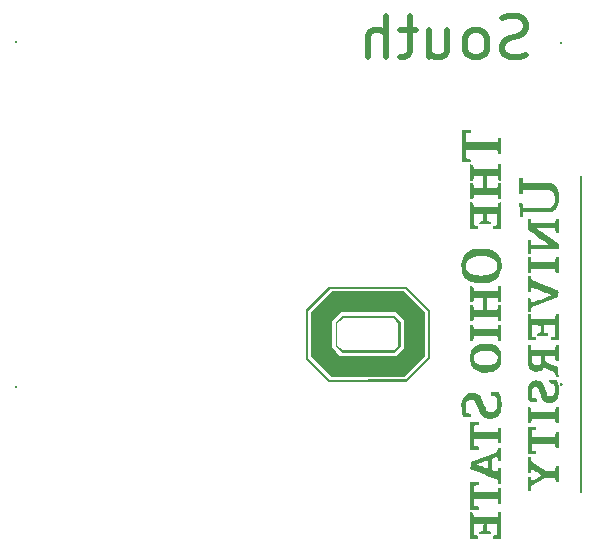
<source format=gbr>
%TF.GenerationSoftware,KiCad,Pcbnew,7.0.7*%
%TF.CreationDate,2023-09-12T10:14:53-04:00*%
%TF.ProjectId,Temps_South,54656d70-735f-4536-9f75-74682e6b6963,B*%
%TF.SameCoordinates,Original*%
%TF.FileFunction,Legend,Bot*%
%TF.FilePolarity,Positive*%
%FSLAX46Y46*%
G04 Gerber Fmt 4.6, Leading zero omitted, Abs format (unit mm)*
G04 Created by KiCad (PCBNEW 7.0.7) date 2023-09-12 10:14:53*
%MOMM*%
%LPD*%
G01*
G04 APERTURE LIST*
%ADD10C,0.254000*%
%ADD11C,0.500000*%
G04 APERTURE END LIST*
D10*
X138861800Y-50900000D02*
G75*
G03*
X138861800Y-50900000I-25400J0D01*
G01*
X138861800Y-79832200D02*
G75*
G03*
X138861800Y-79832200I-25400J0D01*
G01*
X92680002Y-50830000D02*
G75*
G03*
X92680002Y-50830000I-1J0D01*
G01*
X92690001Y-80020000D02*
G75*
G03*
X92690001Y-80020000I-1J0D01*
G01*
D11*
X135873619Y-51964101D02*
X135373619Y-52130767D01*
X135373619Y-52130767D02*
X134540286Y-52130767D01*
X134540286Y-52130767D02*
X134206952Y-51964101D01*
X134206952Y-51964101D02*
X134040286Y-51797434D01*
X134040286Y-51797434D02*
X133873619Y-51464101D01*
X133873619Y-51464101D02*
X133873619Y-51130767D01*
X133873619Y-51130767D02*
X134040286Y-50797434D01*
X134040286Y-50797434D02*
X134206952Y-50630767D01*
X134206952Y-50630767D02*
X134540286Y-50464101D01*
X134540286Y-50464101D02*
X135206952Y-50297434D01*
X135206952Y-50297434D02*
X135540286Y-50130767D01*
X135540286Y-50130767D02*
X135706952Y-49964101D01*
X135706952Y-49964101D02*
X135873619Y-49630767D01*
X135873619Y-49630767D02*
X135873619Y-49297434D01*
X135873619Y-49297434D02*
X135706952Y-48964101D01*
X135706952Y-48964101D02*
X135540286Y-48797434D01*
X135540286Y-48797434D02*
X135206952Y-48630767D01*
X135206952Y-48630767D02*
X134373619Y-48630767D01*
X134373619Y-48630767D02*
X133873619Y-48797434D01*
X131873619Y-52130767D02*
X132206953Y-51964101D01*
X132206953Y-51964101D02*
X132373619Y-51797434D01*
X132373619Y-51797434D02*
X132540286Y-51464101D01*
X132540286Y-51464101D02*
X132540286Y-50464101D01*
X132540286Y-50464101D02*
X132373619Y-50130767D01*
X132373619Y-50130767D02*
X132206953Y-49964101D01*
X132206953Y-49964101D02*
X131873619Y-49797434D01*
X131873619Y-49797434D02*
X131373619Y-49797434D01*
X131373619Y-49797434D02*
X131040286Y-49964101D01*
X131040286Y-49964101D02*
X130873619Y-50130767D01*
X130873619Y-50130767D02*
X130706953Y-50464101D01*
X130706953Y-50464101D02*
X130706953Y-51464101D01*
X130706953Y-51464101D02*
X130873619Y-51797434D01*
X130873619Y-51797434D02*
X131040286Y-51964101D01*
X131040286Y-51964101D02*
X131373619Y-52130767D01*
X131373619Y-52130767D02*
X131873619Y-52130767D01*
X127706952Y-49797434D02*
X127706952Y-52130767D01*
X129206952Y-49797434D02*
X129206952Y-51630767D01*
X129206952Y-51630767D02*
X129040286Y-51964101D01*
X129040286Y-51964101D02*
X128706952Y-52130767D01*
X128706952Y-52130767D02*
X128206952Y-52130767D01*
X128206952Y-52130767D02*
X127873619Y-51964101D01*
X127873619Y-51964101D02*
X127706952Y-51797434D01*
X126540285Y-49797434D02*
X125206952Y-49797434D01*
X126040285Y-48630767D02*
X126040285Y-51630767D01*
X126040285Y-51630767D02*
X125873619Y-51964101D01*
X125873619Y-51964101D02*
X125540285Y-52130767D01*
X125540285Y-52130767D02*
X125206952Y-52130767D01*
X124040285Y-52130767D02*
X124040285Y-48630767D01*
X122540285Y-52130767D02*
X122540285Y-50297434D01*
X122540285Y-50297434D02*
X122706952Y-49964101D01*
X122706952Y-49964101D02*
X123040285Y-49797434D01*
X123040285Y-49797434D02*
X123540285Y-49797434D01*
X123540285Y-49797434D02*
X123873619Y-49964101D01*
X123873619Y-49964101D02*
X124040285Y-50130767D01*
%TO.C,G\u002A\u002A\u002A*%
G36*
X140615600Y-88994886D02*
G01*
X140420964Y-88994886D01*
X140420964Y-62135115D01*
X140615600Y-62135115D01*
X140615600Y-88994886D01*
G37*
G36*
X131889419Y-88337719D02*
G01*
X131694783Y-88359739D01*
X131500147Y-88381760D01*
X131500147Y-88962446D01*
X133475725Y-88962446D01*
X133497745Y-88767810D01*
X133519766Y-88573174D01*
X133770900Y-88573174D01*
X133770900Y-89935626D01*
X133519766Y-89935626D01*
X133497745Y-89740990D01*
X133475725Y-89546354D01*
X131500147Y-89546354D01*
X131500147Y-90127041D01*
X131694783Y-90149061D01*
X131889419Y-90171082D01*
X131889419Y-90422216D01*
X131175754Y-90422216D01*
X131175754Y-88086584D01*
X131889419Y-88086584D01*
X131889419Y-88337719D01*
G37*
G36*
X136339978Y-69433966D02*
G01*
X138340871Y-69433966D01*
X138361500Y-69279879D01*
X138371162Y-69210296D01*
X138389159Y-69117219D01*
X138414072Y-69067760D01*
X138455302Y-69048169D01*
X138522245Y-69044694D01*
X138636801Y-69044694D01*
X138636801Y-70411063D01*
X138515153Y-70400994D01*
X138500668Y-70399782D01*
X138438129Y-70390504D01*
X138402972Y-70365644D01*
X138382870Y-70309007D01*
X138365494Y-70204400D01*
X138337482Y-70017874D01*
X136339978Y-70017874D01*
X136294798Y-70407146D01*
X136041654Y-70407146D01*
X136041654Y-69044694D01*
X136294798Y-69044694D01*
X136339978Y-69433966D01*
G37*
G36*
X125676881Y-71544923D02*
G01*
X125774604Y-71544959D01*
X126772114Y-72520647D01*
X127769623Y-73496334D01*
X127769623Y-77592073D01*
X126772310Y-78589775D01*
X125774997Y-79587478D01*
X119204963Y-79587478D01*
X117226839Y-77631990D01*
X117226839Y-77560439D01*
X117421475Y-77560439D01*
X118359676Y-78498221D01*
X119297877Y-79436004D01*
X125709725Y-79392180D01*
X127574987Y-77528000D01*
X127574987Y-73602008D01*
X125676881Y-71704720D01*
X119286317Y-71704720D01*
X117421475Y-73570394D01*
X117421475Y-77560439D01*
X117226839Y-77560439D01*
X117226839Y-73505495D01*
X118207930Y-72524009D01*
X119189020Y-71542523D01*
X125676881Y-71544923D01*
G37*
G36*
X124669921Y-74007912D02*
G01*
X124735190Y-74007912D01*
X125003492Y-74274821D01*
X125271794Y-74541729D01*
X125271794Y-76591551D01*
X125000024Y-76856820D01*
X124728253Y-77122089D01*
X120300649Y-77122089D01*
X119757107Y-76591551D01*
X119757107Y-76491262D01*
X119919304Y-76491262D01*
X120139084Y-76709357D01*
X120358863Y-76927453D01*
X124673541Y-76927453D01*
X124875350Y-76723834D01*
X125077158Y-76520215D01*
X125077158Y-74606166D01*
X124873540Y-74404357D01*
X124669921Y-74202548D01*
X120355495Y-74202548D01*
X120137400Y-74422328D01*
X119919304Y-74642108D01*
X119919304Y-76491262D01*
X119757107Y-76491262D01*
X119757107Y-74544517D01*
X120024016Y-74276214D01*
X120290924Y-74007912D01*
X124669921Y-74007912D01*
G37*
G36*
X124832804Y-71931795D02*
G01*
X125579534Y-71931795D01*
X126463723Y-72815546D01*
X127347912Y-73699296D01*
X127347912Y-77427495D01*
X125614008Y-79165767D01*
X119416937Y-79165767D01*
X118548963Y-78298240D01*
X117680990Y-77430713D01*
X117680990Y-76685264D01*
X119465153Y-76685264D01*
X119814406Y-77033434D01*
X120163658Y-77381603D01*
X124867462Y-77381603D01*
X125199386Y-77048546D01*
X125531309Y-76715489D01*
X125531309Y-74412298D01*
X125182057Y-74064128D01*
X124832804Y-73715958D01*
X120193980Y-73715958D01*
X119829567Y-74081408D01*
X119465153Y-74446859D01*
X119465153Y-76685264D01*
X117680990Y-76685264D01*
X117680990Y-73700173D01*
X118564741Y-72815984D01*
X119448491Y-71931795D01*
X124832804Y-71931795D01*
G37*
G36*
X136755319Y-83636025D02*
G01*
X136366047Y-83681205D01*
X136366047Y-84258743D01*
X138337482Y-84258743D01*
X138365494Y-84072216D01*
X138368838Y-84050008D01*
X138385804Y-83954847D01*
X138407627Y-83904859D01*
X138446634Y-83883848D01*
X138515153Y-83875622D01*
X138636801Y-83865554D01*
X138636801Y-85235839D01*
X138515153Y-85225771D01*
X138500668Y-85224558D01*
X138438129Y-85215280D01*
X138402972Y-85190420D01*
X138382870Y-85133784D01*
X138365494Y-85029177D01*
X138337482Y-84842651D01*
X136366047Y-84842651D01*
X136366047Y-85423337D01*
X136560683Y-85445358D01*
X136755319Y-85467378D01*
X136755319Y-85718513D01*
X136041654Y-85718513D01*
X136041654Y-83382880D01*
X136755319Y-83382880D01*
X136755319Y-83636025D01*
G37*
G36*
X138636801Y-83094843D02*
G01*
X138515153Y-83084775D01*
X138500157Y-83083519D01*
X138437891Y-83074214D01*
X138402872Y-83049260D01*
X138382812Y-82992484D01*
X138365425Y-82887717D01*
X138337345Y-82700728D01*
X137343586Y-82709301D01*
X136349828Y-82717874D01*
X136290668Y-83090926D01*
X136040338Y-83090926D01*
X136057874Y-81744694D01*
X136171411Y-81744694D01*
X136184658Y-81744708D01*
X136243189Y-81748861D01*
X136276310Y-81771087D01*
X136295680Y-81826752D01*
X136312961Y-81931220D01*
X136340973Y-82117746D01*
X138340871Y-82117746D01*
X138361500Y-81963660D01*
X138371162Y-81894076D01*
X138389159Y-81800999D01*
X138414072Y-81751540D01*
X138455302Y-81731949D01*
X138522245Y-81728474D01*
X138636801Y-81728474D01*
X138636801Y-83094843D01*
G37*
G36*
X133770900Y-76116469D02*
G01*
X133520423Y-76116469D01*
X133501121Y-75953500D01*
X133493390Y-75896215D01*
X133477176Y-75807526D01*
X133462249Y-75758864D01*
X133431594Y-75750546D01*
X133339873Y-75742526D01*
X133191951Y-75736036D01*
X132992410Y-75731222D01*
X132745833Y-75728227D01*
X132456804Y-75727197D01*
X131470929Y-75727197D01*
X131448909Y-75921833D01*
X131426888Y-76116469D01*
X131175754Y-76116469D01*
X131175754Y-74750101D01*
X131297401Y-74760169D01*
X131311886Y-74761381D01*
X131374425Y-74770659D01*
X131409582Y-74795520D01*
X131429684Y-74852156D01*
X131447060Y-74956763D01*
X131475072Y-75143289D01*
X133471582Y-75143289D01*
X133499594Y-74956763D01*
X133502938Y-74934555D01*
X133519904Y-74839394D01*
X133541727Y-74789405D01*
X133580734Y-74768395D01*
X133649253Y-74760169D01*
X133770900Y-74750101D01*
X133770900Y-76116469D01*
G37*
G36*
X131889419Y-83089457D02*
G01*
X131889227Y-83119698D01*
X131880675Y-83188192D01*
X131846179Y-83220115D01*
X131767771Y-83237303D01*
X131689278Y-83249552D01*
X131589877Y-83268031D01*
X131533006Y-83294263D01*
X131506923Y-83342492D01*
X131499884Y-83426962D01*
X131500147Y-83561915D01*
X131500147Y-83837031D01*
X133474278Y-83837031D01*
X133496570Y-83658615D01*
X133518861Y-83480198D01*
X133770900Y-83480198D01*
X133770900Y-84810211D01*
X133518861Y-84810211D01*
X133496570Y-84631795D01*
X133474278Y-84453379D01*
X131500147Y-84453379D01*
X131500147Y-84730131D01*
X131500091Y-84795184D01*
X131502862Y-84910069D01*
X131517782Y-84979584D01*
X131554841Y-85017444D01*
X131624027Y-85037368D01*
X131735332Y-85053072D01*
X131889419Y-85073701D01*
X131889419Y-85329241D01*
X131175754Y-85329241D01*
X131175754Y-82961169D01*
X131889419Y-82961169D01*
X131889419Y-83089457D01*
G37*
G36*
X131297401Y-90655443D02*
G01*
X131311886Y-90656656D01*
X131374425Y-90665934D01*
X131409582Y-90690794D01*
X131429684Y-90747431D01*
X131447060Y-90852038D01*
X131475072Y-91038564D01*
X133475725Y-91038564D01*
X133497745Y-90843928D01*
X133519766Y-90649292D01*
X133770900Y-90649292D01*
X133770900Y-92887606D01*
X133089674Y-92887606D01*
X133089674Y-92633040D01*
X133259981Y-92605968D01*
X133430287Y-92578896D01*
X133448241Y-91622472D01*
X132570645Y-91622472D01*
X132570645Y-92230461D01*
X132732842Y-92251977D01*
X132815118Y-92264210D01*
X132870561Y-92283085D01*
X132891680Y-92319094D01*
X132895038Y-92385913D01*
X132895038Y-92498334D01*
X131921858Y-92498334D01*
X131921858Y-92389359D01*
X131924413Y-92331188D01*
X131942944Y-92292731D01*
X131993510Y-92270497D01*
X132092165Y-92251491D01*
X132262471Y-92222599D01*
X132271798Y-91922536D01*
X132281126Y-91622472D01*
X131498413Y-91622472D01*
X131516367Y-92578896D01*
X131686673Y-92605968D01*
X131856980Y-92633040D01*
X131856980Y-92887606D01*
X131175754Y-92887606D01*
X131175754Y-90645375D01*
X131297401Y-90655443D01*
G37*
G36*
X133770900Y-66644183D02*
G01*
X133089674Y-66644183D01*
X133089674Y-66389337D01*
X133268091Y-66367045D01*
X133446507Y-66344754D01*
X133446507Y-65379049D01*
X132570645Y-65379049D01*
X132570645Y-65989308D01*
X132732842Y-66011616D01*
X132813667Y-66024019D01*
X132869910Y-66043078D01*
X132891515Y-66078692D01*
X132895038Y-66144417D01*
X132895038Y-66254911D01*
X131917748Y-66254911D01*
X131927913Y-66151037D01*
X131933404Y-66110154D01*
X131953992Y-66064502D01*
X132003803Y-66036755D01*
X132100275Y-66012941D01*
X132262471Y-65978718D01*
X132262471Y-65395269D01*
X131881309Y-65386129D01*
X131500147Y-65376990D01*
X131500147Y-66344754D01*
X131678563Y-66367045D01*
X131856980Y-66389337D01*
X131856980Y-66644183D01*
X131175754Y-66644183D01*
X131175754Y-64401953D01*
X131297401Y-64412021D01*
X131311886Y-64413233D01*
X131374425Y-64422511D01*
X131409582Y-64447372D01*
X131429684Y-64504008D01*
X131447060Y-64608615D01*
X131475072Y-64795141D01*
X133471582Y-64795141D01*
X133499594Y-64608615D01*
X133502938Y-64586406D01*
X133519904Y-64491246D01*
X133541727Y-64441257D01*
X133580734Y-64420247D01*
X133649253Y-64412021D01*
X133770900Y-64401953D01*
X133770900Y-66644183D01*
G37*
G36*
X138636801Y-76084030D02*
G01*
X137955575Y-76084030D01*
X137955575Y-75829184D01*
X138312407Y-75784600D01*
X138312407Y-74818896D01*
X137436545Y-74818896D01*
X137436545Y-75433009D01*
X137598742Y-75454525D01*
X137679066Y-75466446D01*
X137735598Y-75485143D01*
X137757365Y-75520337D01*
X137760939Y-75585399D01*
X137760939Y-75694758D01*
X136783648Y-75694758D01*
X136793813Y-75590884D01*
X136799304Y-75550001D01*
X136819892Y-75504349D01*
X136869703Y-75476602D01*
X136966175Y-75452788D01*
X137128372Y-75418565D01*
X137128372Y-74835115D01*
X136747210Y-74825976D01*
X136366047Y-74816837D01*
X136366047Y-75784600D01*
X136544464Y-75806892D01*
X136722880Y-75829184D01*
X136722880Y-76084030D01*
X136040802Y-76084030D01*
X136049338Y-74972983D01*
X136057874Y-73861935D01*
X136171411Y-73861935D01*
X136184658Y-73861949D01*
X136243189Y-73866102D01*
X136276310Y-73888329D01*
X136295680Y-73943993D01*
X136312961Y-74048462D01*
X136340973Y-74234988D01*
X138340871Y-74234988D01*
X138361500Y-74080901D01*
X138371162Y-74011318D01*
X138389159Y-73918241D01*
X138414072Y-73868782D01*
X138455302Y-73849190D01*
X138522245Y-73845716D01*
X138636801Y-73845716D01*
X138636801Y-76084030D01*
G37*
G36*
X138636801Y-66972493D02*
G01*
X138515153Y-66962425D01*
X138500668Y-66961212D01*
X138438129Y-66951934D01*
X138402972Y-66927074D01*
X138382870Y-66870437D01*
X138365494Y-66765831D01*
X138337482Y-66579304D01*
X136803978Y-66581638D01*
X136895965Y-66656894D01*
X136909143Y-66667218D01*
X136976869Y-66717493D01*
X137087452Y-66797726D01*
X137233524Y-66902636D01*
X137407714Y-67026943D01*
X137602656Y-67165366D01*
X137810979Y-67312624D01*
X138634007Y-67893098D01*
X138636801Y-68363468D01*
X136339978Y-68363468D01*
X136294798Y-68752740D01*
X136041654Y-68752740D01*
X136041654Y-67584924D01*
X136294798Y-67584924D01*
X136339978Y-67974196D01*
X137807814Y-67974196D01*
X137592848Y-67820109D01*
X137542066Y-67783692D01*
X137426191Y-67700542D01*
X137274598Y-67591722D01*
X137097623Y-67464654D01*
X136905600Y-67326755D01*
X136708866Y-67185448D01*
X136039850Y-66704874D01*
X136057874Y-65816980D01*
X136171411Y-65816980D01*
X136184658Y-65816994D01*
X136243189Y-65821147D01*
X136276310Y-65843373D01*
X136295680Y-65899038D01*
X136312961Y-66003506D01*
X136340973Y-66190032D01*
X138340871Y-66190032D01*
X138361500Y-66035946D01*
X138371162Y-65966363D01*
X138389159Y-65873285D01*
X138414072Y-65823826D01*
X138455302Y-65804235D01*
X138522245Y-65800760D01*
X138636801Y-65800760D01*
X138636801Y-66972493D01*
G37*
G36*
X136315733Y-86154427D02*
G01*
X136337772Y-86330827D01*
X136935945Y-86722115D01*
X137534117Y-87113404D01*
X138337482Y-87113404D01*
X138365494Y-86926878D01*
X138368838Y-86904670D01*
X138385804Y-86809509D01*
X138407627Y-86759520D01*
X138446634Y-86738510D01*
X138515153Y-86730284D01*
X138636801Y-86720216D01*
X138636801Y-88086584D01*
X138522245Y-88086584D01*
X138483918Y-88085955D01*
X138431414Y-88075883D01*
X138399775Y-88042600D01*
X138379604Y-87972356D01*
X138361500Y-87851399D01*
X138340871Y-87697312D01*
X137500747Y-87697312D01*
X136919324Y-88071866D01*
X136337901Y-88446421D01*
X136315797Y-88623335D01*
X136293693Y-88800250D01*
X136041654Y-88800250D01*
X136041654Y-87664873D01*
X136290668Y-87664873D01*
X136320248Y-87842959D01*
X136349828Y-88021044D01*
X136690441Y-87807827D01*
X136827346Y-87722043D01*
X136952327Y-87643574D01*
X137049834Y-87582191D01*
X137106099Y-87546547D01*
X137117807Y-87538870D01*
X137139530Y-87519273D01*
X137140244Y-87497046D01*
X137113194Y-87465761D01*
X137051627Y-87418992D01*
X136948789Y-87350312D01*
X136797926Y-87253295D01*
X136753008Y-87224620D01*
X136615888Y-87137922D01*
X136500109Y-87065940D01*
X136416727Y-87015498D01*
X136376798Y-86993419D01*
X136362428Y-86995727D01*
X136336834Y-87047474D01*
X136316292Y-87159606D01*
X136293693Y-87340479D01*
X136041654Y-87340479D01*
X136041654Y-85978027D01*
X136293693Y-85978027D01*
X136315733Y-86154427D01*
G37*
G36*
X131208193Y-58371534D02*
G01*
X131208203Y-58382732D01*
X131206071Y-58445079D01*
X131190984Y-58484491D01*
X131150199Y-58509473D01*
X131070975Y-58528531D01*
X130940568Y-58550170D01*
X130818921Y-58569728D01*
X130818921Y-59312893D01*
X132130528Y-59312893D01*
X132215341Y-59312922D01*
X132529662Y-59313392D01*
X132786469Y-59313606D01*
X132991691Y-59312473D01*
X133151256Y-59308901D01*
X133271094Y-59301798D01*
X133357134Y-59290072D01*
X133415305Y-59272631D01*
X133451536Y-59248384D01*
X133471757Y-59216238D01*
X133481897Y-59175101D01*
X133487884Y-59123882D01*
X133495648Y-59061488D01*
X133504133Y-59010382D01*
X133523909Y-58950242D01*
X133564105Y-58927291D01*
X133643994Y-58923621D01*
X133770900Y-58923621D01*
X133770900Y-60318513D01*
X133643994Y-60318513D01*
X133596861Y-60317929D01*
X133539741Y-60306606D01*
X133512427Y-60266815D01*
X133495648Y-60180645D01*
X133493301Y-60164565D01*
X133486506Y-60104958D01*
X133480062Y-60056262D01*
X133468040Y-60017387D01*
X133444511Y-59987240D01*
X133403546Y-59964729D01*
X133339215Y-59948762D01*
X133245590Y-59938247D01*
X133116742Y-59932093D01*
X132946740Y-59929207D01*
X132729657Y-59928498D01*
X132459563Y-59928873D01*
X132130528Y-59929241D01*
X130818921Y-59929241D01*
X130818921Y-60301675D01*
X130818589Y-60392719D01*
X130818974Y-60525142D01*
X130827028Y-60610825D01*
X130850282Y-60661642D01*
X130896267Y-60689463D01*
X130972511Y-60706160D01*
X131086545Y-60723605D01*
X131115193Y-60728414D01*
X131178838Y-60747665D01*
X131203849Y-60788065D01*
X131208193Y-60871451D01*
X131208193Y-60999739D01*
X130462088Y-60999739D01*
X130462088Y-58242395D01*
X131208193Y-58242395D01*
X131208193Y-58371534D01*
G37*
G36*
X136320248Y-70817151D02*
G01*
X136349828Y-71000080D01*
X137436545Y-71410496D01*
X137667769Y-71497834D01*
X137905017Y-71587474D01*
X138117977Y-71667967D01*
X138299367Y-71736558D01*
X138441906Y-71790493D01*
X138538312Y-71827020D01*
X138581303Y-71843384D01*
X138593969Y-71849311D01*
X138617096Y-71873977D01*
X138629386Y-71923274D01*
X138632966Y-72010566D01*
X138629962Y-72149219D01*
X138620581Y-72432582D01*
X137485204Y-72858162D01*
X136349828Y-73283741D01*
X136320248Y-73467410D01*
X136290668Y-73651080D01*
X136040122Y-73651080D01*
X136048998Y-73091501D01*
X136057874Y-72531923D01*
X136171024Y-72531923D01*
X136234637Y-72535304D01*
X136271515Y-72555784D01*
X136294455Y-72608937D01*
X136316255Y-72710339D01*
X136333874Y-72784891D01*
X136359962Y-72857301D01*
X136382879Y-72883013D01*
X136394250Y-72880047D01*
X136460084Y-72858405D01*
X136571492Y-72819335D01*
X136718786Y-72766431D01*
X136892277Y-72703286D01*
X137082276Y-72633494D01*
X137279097Y-72560648D01*
X137473050Y-72488342D01*
X137654446Y-72420169D01*
X137813598Y-72359723D01*
X137940816Y-72310598D01*
X138026413Y-72276387D01*
X138060701Y-72260683D01*
X138044077Y-72249468D01*
X137975853Y-72218394D01*
X137863709Y-72171427D01*
X137716881Y-72112112D01*
X137544605Y-72043992D01*
X137356116Y-71970612D01*
X137160649Y-71895516D01*
X136967440Y-71822249D01*
X136785723Y-71754356D01*
X136624735Y-71695380D01*
X136493710Y-71648866D01*
X136401884Y-71618358D01*
X136358493Y-71607402D01*
X136348120Y-71623481D01*
X136331481Y-71688285D01*
X136315985Y-71785818D01*
X136293693Y-71964234D01*
X136041654Y-71964234D01*
X136041654Y-70634221D01*
X136290668Y-70634221D01*
X136320248Y-70817151D01*
G37*
G36*
X131297401Y-61200526D02*
G01*
X131311886Y-61201739D01*
X131374425Y-61211017D01*
X131409582Y-61235877D01*
X131429684Y-61292514D01*
X131447060Y-61397121D01*
X131475072Y-61583647D01*
X133475725Y-61583647D01*
X133497745Y-61389011D01*
X133519766Y-61194375D01*
X133770900Y-61194375D01*
X133770900Y-62560743D01*
X133649253Y-62550675D01*
X133634768Y-62549462D01*
X133572229Y-62540184D01*
X133537072Y-62515324D01*
X133516970Y-62458688D01*
X133499594Y-62354081D01*
X133471582Y-62167555D01*
X132570645Y-62167555D01*
X132570645Y-63173174D01*
X133006662Y-63173174D01*
X133030543Y-63173132D01*
X133196526Y-63170293D01*
X133331278Y-63163557D01*
X133423589Y-63153702D01*
X133462249Y-63141508D01*
X133470056Y-63120995D01*
X133486301Y-63047154D01*
X133501121Y-62946872D01*
X133520423Y-62783902D01*
X133770900Y-62783902D01*
X133770900Y-64150271D01*
X133649253Y-64140203D01*
X133634768Y-64138990D01*
X133572229Y-64129712D01*
X133537072Y-64104852D01*
X133516970Y-64048215D01*
X133499594Y-63943608D01*
X133471582Y-63757082D01*
X131475072Y-63757082D01*
X131447060Y-63943608D01*
X131443716Y-63965817D01*
X131426750Y-64060977D01*
X131404927Y-64110966D01*
X131365920Y-64131976D01*
X131297401Y-64140203D01*
X131175754Y-64150271D01*
X131175754Y-62779986D01*
X131297401Y-62790054D01*
X131311886Y-62791266D01*
X131374425Y-62800544D01*
X131409582Y-62825405D01*
X131429684Y-62882041D01*
X131447060Y-62986648D01*
X131475072Y-63173174D01*
X132246252Y-63173174D01*
X132246252Y-62167555D01*
X131475072Y-62167555D01*
X131447060Y-62354081D01*
X131443716Y-62376289D01*
X131426750Y-62471450D01*
X131404927Y-62521438D01*
X131365920Y-62542449D01*
X131297401Y-62550675D01*
X131175754Y-62560743D01*
X131175754Y-61190458D01*
X131297401Y-61200526D01*
G37*
G36*
X131297401Y-71516235D02*
G01*
X131311886Y-71517448D01*
X131374425Y-71526726D01*
X131409582Y-71551586D01*
X131429684Y-71608223D01*
X131447060Y-71712829D01*
X131475072Y-71899356D01*
X133475725Y-71899356D01*
X133497745Y-71704720D01*
X133519766Y-71510084D01*
X133770900Y-71510084D01*
X133770900Y-72876452D01*
X133649253Y-72866384D01*
X133634768Y-72865171D01*
X133572229Y-72855893D01*
X133537072Y-72831033D01*
X133516970Y-72774397D01*
X133499594Y-72669790D01*
X133471582Y-72483264D01*
X132570645Y-72483264D01*
X132570645Y-73488883D01*
X133006662Y-73488883D01*
X133030543Y-73488841D01*
X133196526Y-73486002D01*
X133331278Y-73479266D01*
X133423589Y-73469411D01*
X133462249Y-73457216D01*
X133470056Y-73436704D01*
X133486301Y-73362862D01*
X133501121Y-73262580D01*
X133520423Y-73099611D01*
X133770900Y-73099611D01*
X133770900Y-74465979D01*
X133649253Y-74455911D01*
X133634768Y-74454699D01*
X133572229Y-74445421D01*
X133537072Y-74420561D01*
X133516970Y-74363924D01*
X133499594Y-74259317D01*
X133471582Y-74072791D01*
X131475072Y-74072791D01*
X131447060Y-74259317D01*
X131443716Y-74281526D01*
X131426750Y-74376686D01*
X131404927Y-74426675D01*
X131365920Y-74447685D01*
X131297401Y-74455911D01*
X131175754Y-74465979D01*
X131175754Y-73095695D01*
X131295834Y-73105763D01*
X131297329Y-73105888D01*
X131365618Y-73114919D01*
X131404821Y-73138322D01*
X131428426Y-73192598D01*
X131449921Y-73294247D01*
X131483927Y-73472663D01*
X131865089Y-73481803D01*
X132246252Y-73490942D01*
X132246252Y-72483264D01*
X131475072Y-72483264D01*
X131447060Y-72669790D01*
X131443716Y-72691998D01*
X131426750Y-72787159D01*
X131404927Y-72837147D01*
X131365920Y-72858158D01*
X131297401Y-72866384D01*
X131175754Y-72876452D01*
X131175754Y-71506167D01*
X131297401Y-71516235D01*
G37*
G36*
X133770900Y-86306337D02*
G01*
X133649386Y-86296269D01*
X133582325Y-86288174D01*
X133541260Y-86266508D01*
X133518809Y-86214767D01*
X133500935Y-86115894D01*
X133489318Y-86056210D01*
X133462442Y-85975613D01*
X133433324Y-85945588D01*
X133392187Y-85954623D01*
X133306980Y-85982897D01*
X133200613Y-86023717D01*
X133008576Y-86101846D01*
X133008576Y-87088287D01*
X133235651Y-87178713D01*
X133462727Y-87269139D01*
X133495928Y-87085844D01*
X133498297Y-87072785D01*
X133518522Y-86974962D01*
X133541907Y-86923150D01*
X133581417Y-86901078D01*
X133650014Y-86892480D01*
X133770900Y-86882412D01*
X133770900Y-88252697D01*
X133649253Y-88242629D01*
X133639754Y-88241838D01*
X133574551Y-88232789D01*
X133538047Y-88208808D01*
X133517519Y-88153479D01*
X133500240Y-88050385D01*
X133472874Y-87868208D01*
X132819014Y-87615718D01*
X132602524Y-87532039D01*
X132349176Y-87433956D01*
X132095698Y-87335683D01*
X131862312Y-87245060D01*
X131669242Y-87169929D01*
X131173330Y-86976629D01*
X131182652Y-86696545D01*
X131186052Y-86594375D01*
X131727222Y-86594375D01*
X131731216Y-86598197D01*
X131778923Y-86621509D01*
X131870511Y-86659906D01*
X131993318Y-86708628D01*
X132134678Y-86762914D01*
X132281927Y-86818006D01*
X132422402Y-86869141D01*
X132543437Y-86911560D01*
X132632369Y-86940502D01*
X132676532Y-86951207D01*
X132684816Y-86928922D01*
X132692891Y-86853643D01*
X132698379Y-86737763D01*
X132700402Y-86594375D01*
X132698912Y-86470548D01*
X132693876Y-86349828D01*
X132686124Y-86267796D01*
X132676532Y-86237542D01*
X132666363Y-86239043D01*
X132604346Y-86256975D01*
X132502195Y-86291402D01*
X132372576Y-86337564D01*
X132228153Y-86390699D01*
X132081589Y-86446048D01*
X131945550Y-86498851D01*
X131832700Y-86544346D01*
X131755702Y-86577774D01*
X131727222Y-86594375D01*
X131186052Y-86594375D01*
X131191973Y-86416461D01*
X132327350Y-85977287D01*
X132676532Y-85842221D01*
X133462727Y-85538114D01*
X133521887Y-85167044D01*
X133770900Y-85167044D01*
X133770900Y-86306337D01*
G37*
G36*
X132294737Y-68322336D02*
G01*
X132657469Y-68361026D01*
X132970270Y-68440847D01*
X133233533Y-68562069D01*
X133447653Y-68724965D01*
X133613023Y-68929805D01*
X133730037Y-69176862D01*
X133799090Y-69466405D01*
X133811311Y-69591793D01*
X133816974Y-69761700D01*
X133812524Y-69920556D01*
X133789909Y-70117005D01*
X133716594Y-70405277D01*
X133597538Y-70649442D01*
X133431670Y-70850420D01*
X133217921Y-71009133D01*
X132955221Y-71126501D01*
X132642501Y-71203445D01*
X132278691Y-71240885D01*
X131949670Y-71241419D01*
X131604440Y-71205036D01*
X131299184Y-71130343D01*
X131037893Y-71018702D01*
X130824558Y-70871473D01*
X130663171Y-70690018D01*
X130567321Y-70521244D01*
X130473316Y-70262880D01*
X130422361Y-69984909D01*
X130414038Y-69710364D01*
X130781141Y-69710364D01*
X130782790Y-69891318D01*
X130815574Y-70056392D01*
X130873362Y-70163748D01*
X130975843Y-70281690D01*
X131102931Y-70387387D01*
X131236105Y-70462935D01*
X131348195Y-70502211D01*
X131572794Y-70552711D01*
X131831682Y-70584483D01*
X132107207Y-70596360D01*
X132381716Y-70587172D01*
X132637557Y-70555751D01*
X132873159Y-70498747D01*
X133096354Y-70403197D01*
X133264901Y-70275627D01*
X133380224Y-70115192D01*
X133397764Y-70077492D01*
X133450751Y-69886076D01*
X133455023Y-69686937D01*
X133411929Y-69498333D01*
X133322819Y-69338524D01*
X133289140Y-69299236D01*
X133141331Y-69173882D01*
X132953550Y-69079303D01*
X132720788Y-69013968D01*
X132438033Y-68976346D01*
X132100275Y-68964906D01*
X131797676Y-68975730D01*
X131513208Y-69012026D01*
X131280300Y-69075581D01*
X131094334Y-69168168D01*
X130950692Y-69291565D01*
X130844753Y-69447546D01*
X130809291Y-69541375D01*
X130781141Y-69710364D01*
X130414038Y-69710364D01*
X130413703Y-69699298D01*
X130446590Y-69418012D01*
X130520270Y-69153020D01*
X130633991Y-68916288D01*
X130787000Y-68719782D01*
X130944947Y-68589039D01*
X131171076Y-68467775D01*
X131441971Y-68382960D01*
X131761295Y-68333500D01*
X132100275Y-68319630D01*
X132132714Y-68318303D01*
X132294737Y-68322336D01*
G37*
G36*
X138636801Y-77839670D02*
G01*
X138515153Y-77829602D01*
X138500668Y-77828390D01*
X138438129Y-77819112D01*
X138402972Y-77794251D01*
X138382870Y-77737615D01*
X138365494Y-77633008D01*
X138337482Y-77446482D01*
X137460547Y-77446482D01*
X137477456Y-77596499D01*
X137481580Y-77626782D01*
X137508765Y-77724988D01*
X137560962Y-77811242D01*
X137645619Y-77891590D01*
X137770183Y-77972077D01*
X137942104Y-78058749D01*
X138168828Y-78157650D01*
X138620581Y-78346075D01*
X138629633Y-78772141D01*
X138638684Y-79198206D01*
X138523187Y-79198206D01*
X138487561Y-79197697D01*
X138433148Y-79188204D01*
X138400547Y-79155851D01*
X138380089Y-79086763D01*
X138362107Y-78967069D01*
X138342086Y-78817030D01*
X138053217Y-78697296D01*
X138007353Y-78677776D01*
X137848247Y-78603935D01*
X137694255Y-78524648D01*
X137573197Y-78454014D01*
X137382046Y-78330467D01*
X137320087Y-78445733D01*
X137296178Y-78482795D01*
X137213910Y-78573730D01*
X137116049Y-78651171D01*
X137020581Y-78703449D01*
X136824523Y-78762354D01*
X136630773Y-78759238D01*
X136446952Y-78694842D01*
X136280681Y-78569907D01*
X136222553Y-78508348D01*
X136172692Y-78443011D01*
X136134132Y-78370175D01*
X136105424Y-78281644D01*
X136085117Y-78169224D01*
X136071760Y-78024717D01*
X136063903Y-77839928D01*
X136061645Y-77701622D01*
X136366047Y-77701622D01*
X136367483Y-77802896D01*
X136376533Y-77910095D01*
X136397059Y-77983488D01*
X136432666Y-78041454D01*
X136530641Y-78125490D01*
X136666564Y-78174032D01*
X136815308Y-78176802D01*
X136959441Y-78133713D01*
X137081527Y-78044678D01*
X137121024Y-77994616D01*
X137147705Y-77931628D01*
X137163134Y-77840759D01*
X137172228Y-77703519D01*
X137183900Y-77446482D01*
X136366047Y-77446482D01*
X136366047Y-77701622D01*
X136061645Y-77701622D01*
X136060095Y-77606663D01*
X136058886Y-77316725D01*
X136057874Y-76489522D01*
X136171411Y-76489522D01*
X136184658Y-76489536D01*
X136243189Y-76493689D01*
X136276310Y-76515915D01*
X136295680Y-76571579D01*
X136312961Y-76676048D01*
X136340973Y-76862574D01*
X137183900Y-76862574D01*
X138340871Y-76862574D01*
X138361500Y-76708487D01*
X138371162Y-76638904D01*
X138389159Y-76545827D01*
X138414072Y-76496368D01*
X138455302Y-76476777D01*
X138522245Y-76473302D01*
X138636801Y-76473302D01*
X138636801Y-77839670D01*
G37*
G36*
X132591672Y-76361608D02*
G01*
X132754203Y-76364867D01*
X132875286Y-76372419D01*
X132969769Y-76385982D01*
X133052502Y-76407276D01*
X133138333Y-76438022D01*
X133291272Y-76513811D01*
X133483063Y-76662986D01*
X133634738Y-76849974D01*
X133734607Y-77062533D01*
X133741214Y-77084115D01*
X133785913Y-77302950D01*
X133801518Y-77564712D01*
X133794101Y-77765882D01*
X133745686Y-78050337D01*
X133651678Y-78289216D01*
X133511379Y-78483182D01*
X133324091Y-78632894D01*
X133089118Y-78739013D01*
X132805763Y-78802200D01*
X132473327Y-78823115D01*
X132235535Y-78815018D01*
X131996748Y-78781764D01*
X131797127Y-78719113D01*
X131624785Y-78623124D01*
X131467834Y-78489857D01*
X131381992Y-78398369D01*
X131289374Y-78274058D01*
X131225525Y-78142208D01*
X131185759Y-77988678D01*
X131165392Y-77799328D01*
X131160635Y-77597977D01*
X131473105Y-77597977D01*
X131514810Y-77787533D01*
X131556961Y-77876956D01*
X131656621Y-78001761D01*
X131796166Y-78094597D01*
X131980761Y-78157632D01*
X132215572Y-78193031D01*
X132505766Y-78202958D01*
X132647888Y-78199389D01*
X132893161Y-78175157D01*
X133087102Y-78125673D01*
X133236492Y-78047947D01*
X133348111Y-77938988D01*
X133428739Y-77795804D01*
X133433675Y-77783467D01*
X133465574Y-77672241D01*
X133478234Y-77569171D01*
X133470982Y-77497198D01*
X133426636Y-77355198D01*
X133353207Y-77224817D01*
X133263761Y-77132653D01*
X133175610Y-77076704D01*
X133083829Y-77033371D01*
X132981190Y-77004316D01*
X132854214Y-76986867D01*
X132689419Y-76978355D01*
X132473327Y-76976112D01*
X132449838Y-76976117D01*
X132268903Y-76977051D01*
X132137092Y-76980903D01*
X132040214Y-76989555D01*
X131964080Y-77004889D01*
X131894499Y-77028789D01*
X131817282Y-77063135D01*
X131703022Y-77129987D01*
X131570584Y-77261125D01*
X131492821Y-77419815D01*
X131473105Y-77597977D01*
X131160635Y-77597977D01*
X131159738Y-77560020D01*
X131159926Y-77484267D01*
X131162542Y-77335184D01*
X131170433Y-77226466D01*
X131186358Y-77140672D01*
X131213074Y-77060358D01*
X131253340Y-76968084D01*
X131260719Y-76952377D01*
X131399295Y-76733825D01*
X131583063Y-76561774D01*
X131810954Y-76437239D01*
X131871419Y-76414085D01*
X131950152Y-76390084D01*
X132035031Y-76374465D01*
X132140735Y-76365539D01*
X132281941Y-76361617D01*
X132473327Y-76361008D01*
X132591672Y-76361608D01*
G37*
G36*
X133701014Y-80730965D02*
G01*
X133735896Y-80863324D01*
X133773862Y-81038009D01*
X133799942Y-81193225D01*
X133809159Y-81279326D01*
X133815563Y-81566877D01*
X133789053Y-81854789D01*
X133731798Y-82113758D01*
X133690599Y-82222684D01*
X133570744Y-82414180D01*
X133408212Y-82564545D01*
X133210587Y-82670311D01*
X132985452Y-82728005D01*
X132740390Y-82734158D01*
X132482985Y-82685298D01*
X132370377Y-82642579D01*
X132233407Y-82555843D01*
X132114009Y-82430993D01*
X132007333Y-82261345D01*
X131908535Y-82040213D01*
X131812767Y-81760914D01*
X131765925Y-81618621D01*
X131682193Y-81414702D01*
X131592877Y-81266375D01*
X131492897Y-81167735D01*
X131377175Y-81112880D01*
X131240632Y-81095907D01*
X131078901Y-81121121D01*
X130946371Y-81200555D01*
X130837992Y-81338374D01*
X130827443Y-81358891D01*
X130793290Y-81481198D01*
X130777204Y-81650334D01*
X130779808Y-81853580D01*
X130801726Y-82078215D01*
X130808401Y-82128005D01*
X130820664Y-82189987D01*
X130844929Y-82228872D01*
X130894121Y-82253511D01*
X130981164Y-82272752D01*
X131118985Y-82295446D01*
X131168438Y-82304326D01*
X131218538Y-82325047D01*
X131237607Y-82370130D01*
X131240632Y-82459829D01*
X131240632Y-82604336D01*
X130596877Y-82604336D01*
X130563747Y-82498909D01*
X130483606Y-82200871D01*
X130428457Y-81868753D01*
X130414906Y-81561780D01*
X130442018Y-81284758D01*
X130508859Y-81042493D01*
X130614494Y-80839791D01*
X130757988Y-80681459D01*
X130938407Y-80572302D01*
X131104867Y-80521990D01*
X131328015Y-80502527D01*
X131550544Y-80529665D01*
X131755447Y-80600963D01*
X131925719Y-80713983D01*
X131956542Y-80743130D01*
X132036743Y-80835072D01*
X132110568Y-80948896D01*
X132183375Y-81094908D01*
X132260526Y-81283413D01*
X132347381Y-81524718D01*
X132398669Y-81668295D01*
X132451677Y-81806667D01*
X132496821Y-81914488D01*
X132527887Y-81976223D01*
X132597218Y-82053047D01*
X132732437Y-82125101D01*
X132902043Y-82150186D01*
X132907373Y-82150162D01*
X133085417Y-82118843D01*
X133234403Y-82030264D01*
X133349189Y-81887445D01*
X133363615Y-81861487D01*
X133393852Y-81797544D01*
X133413219Y-81730374D01*
X133424035Y-81644569D01*
X133428619Y-81524721D01*
X133429293Y-81355422D01*
X133428417Y-81227081D01*
X133422562Y-81067364D01*
X133406671Y-80956448D01*
X133375535Y-80884432D01*
X133323949Y-80841416D01*
X133246702Y-80817500D01*
X133138589Y-80802783D01*
X132927478Y-80780175D01*
X132927478Y-80495780D01*
X133631692Y-80495780D01*
X133701014Y-80730965D01*
G37*
G36*
X135486518Y-62329944D02*
G01*
X135555012Y-62338495D01*
X135586934Y-62372991D01*
X135604122Y-62451399D01*
X135605795Y-62461738D01*
X135623283Y-62564098D01*
X135638649Y-62646035D01*
X135653618Y-62719023D01*
X136729480Y-62719023D01*
X136788299Y-62719036D01*
X137081755Y-62719631D01*
X137319375Y-62721361D01*
X137508830Y-62724560D01*
X137657790Y-62729560D01*
X137773926Y-62736694D01*
X137864906Y-62746295D01*
X137938403Y-62758695D01*
X138002085Y-62774227D01*
X138155050Y-62834387D01*
X138336039Y-62964428D01*
X138482586Y-63148134D01*
X138593666Y-63384122D01*
X138668251Y-63671011D01*
X138681729Y-63785114D01*
X138686400Y-63981005D01*
X138675795Y-64195630D01*
X138651416Y-64403507D01*
X138614763Y-64579152D01*
X138589444Y-64656954D01*
X138517544Y-64798375D01*
X138404559Y-64940595D01*
X138394887Y-64951179D01*
X138329687Y-65021216D01*
X138269863Y-65078544D01*
X138208392Y-65124497D01*
X138138247Y-65160412D01*
X138052404Y-65187623D01*
X137943837Y-65207466D01*
X137805520Y-65221276D01*
X137630429Y-65230390D01*
X137411538Y-65236141D01*
X137141823Y-65239867D01*
X136814257Y-65242902D01*
X135656719Y-65253014D01*
X135639440Y-65340361D01*
X135638108Y-65347140D01*
X135620044Y-65443472D01*
X135600899Y-65551079D01*
X135596092Y-65578105D01*
X135576753Y-65643505D01*
X135539097Y-65666569D01*
X135461922Y-65664617D01*
X135344208Y-65654783D01*
X135335367Y-65062766D01*
X135326525Y-64470748D01*
X135455544Y-64470748D01*
X135487158Y-64470957D01*
X135555276Y-64479607D01*
X135587012Y-64514149D01*
X135604122Y-64592395D01*
X135605731Y-64602334D01*
X135623401Y-64705507D01*
X135639134Y-64788963D01*
X135654588Y-64863884D01*
X137874476Y-64843800D01*
X138025448Y-64755050D01*
X138154273Y-64656156D01*
X138250938Y-64518356D01*
X138306532Y-64340969D01*
X138324779Y-64116046D01*
X138324785Y-64113419D01*
X138319450Y-63974230D01*
X138305084Y-63844183D01*
X138284742Y-63751112D01*
X138234653Y-63654103D01*
X138130942Y-63533010D01*
X138001894Y-63431903D01*
X137868663Y-63370150D01*
X137804940Y-63360777D01*
X137679607Y-63352196D01*
X137500596Y-63345212D01*
X137273675Y-63339996D01*
X137004610Y-63336719D01*
X136699169Y-63335552D01*
X135653618Y-63335371D01*
X135638649Y-63408359D01*
X135637341Y-63414830D01*
X135621377Y-63501038D01*
X135604122Y-63602995D01*
X135599313Y-63631643D01*
X135580062Y-63695288D01*
X135539662Y-63720299D01*
X135456276Y-63724643D01*
X135327989Y-63724643D01*
X135327989Y-62329751D01*
X135456276Y-62329751D01*
X135486518Y-62329944D01*
G37*
G36*
X138271238Y-79458995D02*
G01*
X138395123Y-79465321D01*
X138483824Y-79475747D01*
X138522500Y-79488926D01*
X138524048Y-79491782D01*
X138542921Y-79543876D01*
X138571321Y-79638195D01*
X138603727Y-79756551D01*
X138636897Y-79918964D01*
X138662159Y-80157279D01*
X138667005Y-80404622D01*
X138651200Y-80637536D01*
X138614508Y-80832562D01*
X138548338Y-81000123D01*
X138426176Y-81172695D01*
X138266594Y-81299649D01*
X138077222Y-81373305D01*
X137924911Y-81393663D01*
X137712264Y-81375845D01*
X137521673Y-81304642D01*
X137362398Y-81184004D01*
X137243700Y-81017880D01*
X137221834Y-80969028D01*
X137178933Y-80857428D01*
X137129452Y-80715740D01*
X137080286Y-80563144D01*
X137079056Y-80559157D01*
X137008286Y-80354388D01*
X136938180Y-80207173D01*
X136863407Y-80110589D01*
X136778633Y-80057715D01*
X136678525Y-80041629D01*
X136567755Y-80060921D01*
X136460886Y-80133549D01*
X136387322Y-80255294D01*
X136349946Y-80421007D01*
X136351642Y-80625537D01*
X136357850Y-80687026D01*
X136372862Y-80810977D01*
X136391250Y-80887996D01*
X136419972Y-80930901D01*
X136465987Y-80952513D01*
X136536252Y-80965651D01*
X136633506Y-80981502D01*
X136720855Y-81002167D01*
X136766852Y-81030241D01*
X136784739Y-81075257D01*
X136787759Y-81146752D01*
X136787759Y-81274324D01*
X136478782Y-81274324D01*
X136374358Y-81274396D01*
X136268315Y-81269831D01*
X136195902Y-81250958D01*
X136147553Y-81207976D01*
X136113700Y-81131088D01*
X136084775Y-81010493D01*
X136051213Y-80836393D01*
X136038776Y-80764366D01*
X136015163Y-80501626D01*
X136024335Y-80248782D01*
X136064378Y-80018313D01*
X136133377Y-79822699D01*
X136229419Y-79674420D01*
X136248906Y-79654189D01*
X136393001Y-79554020D01*
X136571287Y-79492456D01*
X136765491Y-79473816D01*
X136957342Y-79502416D01*
X136968539Y-79505744D01*
X137099454Y-79558952D01*
X137210104Y-79636991D01*
X137306100Y-79747778D01*
X137393052Y-79899228D01*
X137476573Y-80099257D01*
X137562272Y-80355779D01*
X137571336Y-80384826D01*
X137634766Y-80564187D01*
X137697484Y-80688914D01*
X137766626Y-80767495D01*
X137849329Y-80808418D01*
X137952732Y-80820173D01*
X137963284Y-80820073D01*
X138095158Y-80796043D01*
X138193702Y-80727141D01*
X138261176Y-80609544D01*
X138299843Y-80439431D01*
X138311965Y-80212977D01*
X138311896Y-80174597D01*
X138309900Y-80015034D01*
X138300803Y-79906840D01*
X138278660Y-79838724D01*
X138237529Y-79799396D01*
X138171465Y-79777565D01*
X138074526Y-79761941D01*
X137874476Y-79733455D01*
X137854526Y-79457721D01*
X138178870Y-79457721D01*
X138271238Y-79458995D01*
G37*
%TD*%
M02*

</source>
